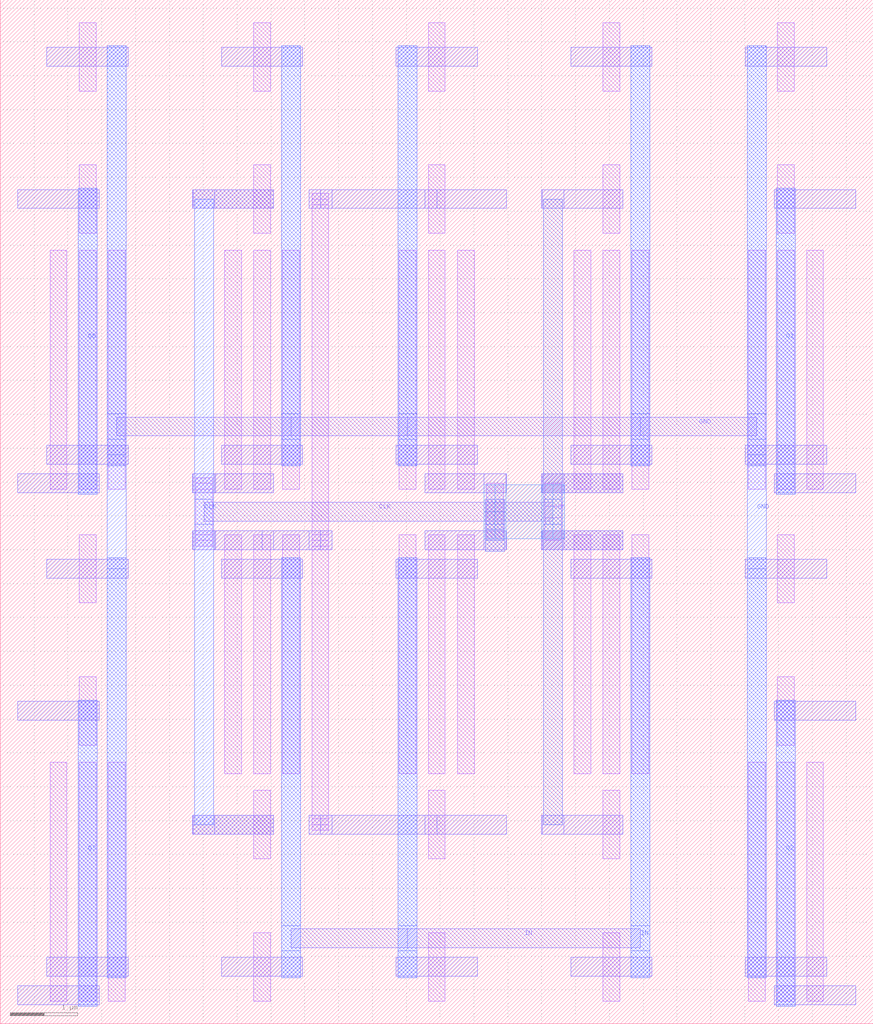
<source format=lef>
MACRO COUNTER
  ORIGIN 0 0 ;
  FOREIGN COUNTER 0 0 ;
  SIZE 12.9 BY 15.12 ;
  PIN GND
    DIRECTION INOUT ;
    USE SIGNAL ;
    PORT 
      LAYER M3 ;
        RECT 1.58 0.68 1.86 6.88 ;
      LAYER M3 ;
        RECT 1.58 8.24 1.86 14.44 ;
      LAYER M3 ;
        RECT 4.16 8.24 4.44 14.44 ;
      LAYER M3 ;
        RECT 5.88 8.24 6.16 14.44 ;
      LAYER M3 ;
        RECT 4.16 8.635 4.44 9.005 ;
      LAYER M2 ;
        RECT 4.3 8.68 6.02 8.96 ;
      LAYER M3 ;
        RECT 5.88 8.635 6.16 9.005 ;
      LAYER M3 ;
        RECT 9.32 8.24 9.6 14.44 ;
      LAYER M3 ;
        RECT 11.04 8.24 11.32 14.44 ;
      LAYER M3 ;
        RECT 11.04 0.68 11.32 6.88 ;
      LAYER M3 ;
        RECT 1.58 6.72 1.86 8.4 ;
      LAYER M3 ;
        RECT 1.58 8.635 1.86 9.005 ;
      LAYER M2 ;
        RECT 1.72 8.68 4.3 8.96 ;
      LAYER M2 ;
        RECT 6.02 8.68 9.46 8.96 ;
      LAYER M3 ;
        RECT 9.32 8.635 9.6 9.005 ;
      LAYER M2 ;
        RECT 9.46 8.68 11.18 8.96 ;
      LAYER M3 ;
        RECT 11.04 8.635 11.32 9.005 ;
      LAYER M3 ;
        RECT 11.04 6.72 11.32 8.4 ;
    END
  END GND
  PIN IN
    DIRECTION INOUT ;
    USE SIGNAL ;
    PORT 
      LAYER M3 ;
        RECT 4.16 0.68 4.44 6.88 ;
      LAYER M3 ;
        RECT 5.88 0.68 6.16 6.88 ;
      LAYER M3 ;
        RECT 4.16 1.075 4.44 1.445 ;
      LAYER M2 ;
        RECT 4.3 1.12 6.02 1.4 ;
      LAYER M3 ;
        RECT 5.88 1.075 6.16 1.445 ;
      LAYER M3 ;
        RECT 9.32 0.68 9.6 6.88 ;
      LAYER M2 ;
        RECT 6.02 1.12 9.46 1.4 ;
      LAYER M3 ;
        RECT 9.32 1.075 9.6 1.445 ;
    END
  END IN
  PIN CLK
    DIRECTION INOUT ;
    USE SIGNAL ;
    PORT 
      LAYER M2 ;
        RECT 2.84 2.8 4.04 3.08 ;
      LAYER M2 ;
        RECT 2.84 12.04 4.04 12.32 ;
      LAYER M2 ;
        RECT 2.85 2.8 3.17 3.08 ;
      LAYER M3 ;
        RECT 2.87 2.94 3.15 12.18 ;
      LAYER M2 ;
        RECT 2.85 12.04 3.17 12.32 ;
      LAYER M2 ;
        RECT 8 7 9.2 7.28 ;
      LAYER M2 ;
        RECT 8 7.84 9.2 8.12 ;
      LAYER M2 ;
        RECT 8.01 7 8.33 7.28 ;
      LAYER M1 ;
        RECT 8.045 7.14 8.295 7.98 ;
      LAYER M2 ;
        RECT 8.01 7.84 8.33 8.12 ;
      LAYER M3 ;
        RECT 2.87 7.375 3.15 7.745 ;
      LAYER M2 ;
        RECT 3.01 7.42 8.17 7.7 ;
      LAYER M1 ;
        RECT 8.045 7.475 8.295 7.645 ;
    END
  END CLK
  PIN Q0
    DIRECTION INOUT ;
    USE SIGNAL ;
    PORT 
      LAYER M3 ;
        RECT 1.15 7.82 1.43 12.34 ;
    END
  END Q0
  PIN Q3
    DIRECTION INOUT ;
    USE SIGNAL ;
    PORT 
      LAYER M3 ;
        RECT 1.15 0.26 1.43 4.78 ;
    END
  END Q3
  PIN Q2
    DIRECTION INOUT ;
    USE SIGNAL ;
    PORT 
      LAYER M3 ;
        RECT 11.47 0.26 11.75 4.78 ;
    END
  END Q2
  PIN Q1
    DIRECTION INOUT ;
    USE SIGNAL ;
    PORT 
      LAYER M3 ;
        RECT 11.47 7.82 11.75 12.34 ;
    END
  END Q1
  OBS 
  LAYER M2 ;
        RECT 8 2.8 9.2 3.08 ;
  LAYER M2 ;
        RECT 8 12.04 9.2 12.32 ;
  LAYER M2 ;
        RECT 8.01 2.8 8.33 3.08 ;
  LAYER M3 ;
        RECT 8.03 2.94 8.31 12.18 ;
  LAYER M2 ;
        RECT 8.01 12.04 8.33 12.32 ;
  LAYER M2 ;
        RECT 6.28 7 7.48 7.28 ;
  LAYER M2 ;
        RECT 6.28 7.84 7.48 8.12 ;
  LAYER M2 ;
        RECT 7.15 7 7.47 7.28 ;
  LAYER M1 ;
        RECT 7.185 7.14 7.435 7.98 ;
  LAYER M2 ;
        RECT 7.15 7.84 7.47 8.12 ;
  LAYER M3 ;
        RECT 8.03 7.375 8.31 7.745 ;
  LAYER M4 ;
        RECT 7.31 7.16 8.17 7.96 ;
  LAYER M3 ;
        RECT 7.17 7.14 7.45 7.56 ;
  LAYER M2 ;
        RECT 7.15 7 7.47 7.28 ;
  LAYER M2 ;
        RECT 7.15 7 7.47 7.28 ;
  LAYER M3 ;
        RECT 7.17 6.98 7.45 7.3 ;
  LAYER M3 ;
        RECT 7.17 7.375 7.45 7.745 ;
  LAYER M4 ;
        RECT 7.145 7.16 7.475 7.96 ;
  LAYER M3 ;
        RECT 8.03 7.375 8.31 7.745 ;
  LAYER M4 ;
        RECT 8.005 7.16 8.335 7.96 ;
  LAYER M2 ;
        RECT 7.15 7 7.47 7.28 ;
  LAYER M3 ;
        RECT 7.17 6.98 7.45 7.3 ;
  LAYER M3 ;
        RECT 7.17 7.375 7.45 7.745 ;
  LAYER M4 ;
        RECT 7.145 7.16 7.475 7.96 ;
  LAYER M3 ;
        RECT 8.03 7.375 8.31 7.745 ;
  LAYER M4 ;
        RECT 8.005 7.16 8.335 7.96 ;
  LAYER M2 ;
        RECT 6.28 2.8 7.48 3.08 ;
  LAYER M2 ;
        RECT 2.84 7 4.04 7.28 ;
  LAYER M2 ;
        RECT 2.84 7.84 4.04 8.12 ;
  LAYER M2 ;
        RECT 6.28 12.04 7.48 12.32 ;
  LAYER M2 ;
        RECT 4.73 2.8 6.45 3.08 ;
  LAYER M1 ;
        RECT 4.605 2.94 4.855 7.14 ;
  LAYER M2 ;
        RECT 3.87 7 4.73 7.28 ;
  LAYER M2 ;
        RECT 2.85 7 3.17 7.28 ;
  LAYER M1 ;
        RECT 2.885 7.14 3.135 7.98 ;
  LAYER M2 ;
        RECT 2.85 7.84 3.17 8.12 ;
  LAYER M1 ;
        RECT 4.605 7.14 4.855 12.18 ;
  LAYER M2 ;
        RECT 4.73 12.04 6.45 12.32 ;
  LAYER M1 ;
        RECT 4.605 2.855 4.855 3.025 ;
  LAYER M2 ;
        RECT 4.56 2.8 4.9 3.08 ;
  LAYER M1 ;
        RECT 4.605 7.055 4.855 7.225 ;
  LAYER M2 ;
        RECT 4.56 7 4.9 7.28 ;
  LAYER M1 ;
        RECT 4.605 2.855 4.855 3.025 ;
  LAYER M2 ;
        RECT 4.56 2.8 4.9 3.08 ;
  LAYER M1 ;
        RECT 4.605 7.055 4.855 7.225 ;
  LAYER M2 ;
        RECT 4.56 7 4.9 7.28 ;
  LAYER M1 ;
        RECT 2.885 7.055 3.135 7.225 ;
  LAYER M2 ;
        RECT 2.84 7 3.18 7.28 ;
  LAYER M1 ;
        RECT 2.885 7.895 3.135 8.065 ;
  LAYER M2 ;
        RECT 2.84 7.84 3.18 8.12 ;
  LAYER M1 ;
        RECT 4.605 2.855 4.855 3.025 ;
  LAYER M2 ;
        RECT 4.56 2.8 4.9 3.08 ;
  LAYER M1 ;
        RECT 4.605 7.055 4.855 7.225 ;
  LAYER M2 ;
        RECT 4.56 7 4.9 7.28 ;
  LAYER M1 ;
        RECT 2.885 7.055 3.135 7.225 ;
  LAYER M2 ;
        RECT 2.84 7 3.18 7.28 ;
  LAYER M1 ;
        RECT 2.885 7.895 3.135 8.065 ;
  LAYER M2 ;
        RECT 2.84 7.84 3.18 8.12 ;
  LAYER M1 ;
        RECT 4.605 2.855 4.855 3.025 ;
  LAYER M2 ;
        RECT 4.56 2.8 4.9 3.08 ;
  LAYER M1 ;
        RECT 4.605 7.055 4.855 7.225 ;
  LAYER M2 ;
        RECT 4.56 7 4.9 7.28 ;
  LAYER M1 ;
        RECT 2.885 7.055 3.135 7.225 ;
  LAYER M2 ;
        RECT 2.84 7 3.18 7.28 ;
  LAYER M1 ;
        RECT 2.885 7.895 3.135 8.065 ;
  LAYER M2 ;
        RECT 2.84 7.84 3.18 8.12 ;
  LAYER M1 ;
        RECT 4.605 2.855 4.855 3.025 ;
  LAYER M2 ;
        RECT 4.56 2.8 4.9 3.08 ;
  LAYER M1 ;
        RECT 4.605 7.055 4.855 7.225 ;
  LAYER M2 ;
        RECT 4.56 7 4.9 7.28 ;
  LAYER M1 ;
        RECT 4.605 12.095 4.855 12.265 ;
  LAYER M2 ;
        RECT 4.56 12.04 4.9 12.32 ;
  LAYER M1 ;
        RECT 2.885 7.055 3.135 7.225 ;
  LAYER M2 ;
        RECT 2.84 7 3.18 7.28 ;
  LAYER M1 ;
        RECT 2.885 7.895 3.135 8.065 ;
  LAYER M2 ;
        RECT 2.84 7.84 3.18 8.12 ;
  LAYER M1 ;
        RECT 4.605 2.855 4.855 3.025 ;
  LAYER M2 ;
        RECT 4.56 2.8 4.9 3.08 ;
  LAYER M1 ;
        RECT 4.605 7.055 4.855 7.225 ;
  LAYER M2 ;
        RECT 4.56 7 4.9 7.28 ;
  LAYER M1 ;
        RECT 4.605 12.095 4.855 12.265 ;
  LAYER M2 ;
        RECT 4.56 12.04 4.9 12.32 ;
  LAYER M1 ;
        RECT 3.745 7.895 3.995 11.425 ;
  LAYER M1 ;
        RECT 3.745 11.675 3.995 12.685 ;
  LAYER M1 ;
        RECT 3.745 13.775 3.995 14.785 ;
  LAYER M1 ;
        RECT 3.315 7.895 3.565 11.425 ;
  LAYER M1 ;
        RECT 4.175 7.895 4.425 11.425 ;
  LAYER M2 ;
        RECT 3.27 8.26 4.47 8.54 ;
  LAYER M2 ;
        RECT 3.27 14.14 4.47 14.42 ;
  LAYER M2 ;
        RECT 2.84 7.84 4.04 8.12 ;
  LAYER M2 ;
        RECT 2.84 12.04 4.04 12.32 ;
  LAYER M3 ;
        RECT 4.16 8.24 4.44 14.44 ;
  LAYER M1 ;
        RECT 6.325 7.895 6.575 11.425 ;
  LAYER M1 ;
        RECT 6.325 11.675 6.575 12.685 ;
  LAYER M1 ;
        RECT 6.325 13.775 6.575 14.785 ;
  LAYER M1 ;
        RECT 6.755 7.895 7.005 11.425 ;
  LAYER M1 ;
        RECT 5.895 7.895 6.145 11.425 ;
  LAYER M2 ;
        RECT 5.85 8.26 7.05 8.54 ;
  LAYER M2 ;
        RECT 5.85 14.14 7.05 14.42 ;
  LAYER M2 ;
        RECT 6.28 7.84 7.48 8.12 ;
  LAYER M2 ;
        RECT 6.28 12.04 7.48 12.32 ;
  LAYER M3 ;
        RECT 5.88 8.24 6.16 14.44 ;
  LAYER M1 ;
        RECT 3.745 3.695 3.995 7.225 ;
  LAYER M1 ;
        RECT 3.745 2.435 3.995 3.445 ;
  LAYER M1 ;
        RECT 3.745 0.335 3.995 1.345 ;
  LAYER M1 ;
        RECT 3.315 3.695 3.565 7.225 ;
  LAYER M1 ;
        RECT 4.175 3.695 4.425 7.225 ;
  LAYER M2 ;
        RECT 3.27 6.58 4.47 6.86 ;
  LAYER M2 ;
        RECT 3.27 0.7 4.47 0.98 ;
  LAYER M2 ;
        RECT 2.84 7 4.04 7.28 ;
  LAYER M2 ;
        RECT 2.84 2.8 4.04 3.08 ;
  LAYER M3 ;
        RECT 4.16 0.68 4.44 6.88 ;
  LAYER M1 ;
        RECT 6.325 3.695 6.575 7.225 ;
  LAYER M1 ;
        RECT 6.325 2.435 6.575 3.445 ;
  LAYER M1 ;
        RECT 6.325 0.335 6.575 1.345 ;
  LAYER M1 ;
        RECT 6.755 3.695 7.005 7.225 ;
  LAYER M1 ;
        RECT 5.895 3.695 6.145 7.225 ;
  LAYER M2 ;
        RECT 5.85 6.58 7.05 6.86 ;
  LAYER M2 ;
        RECT 5.85 0.7 7.05 0.98 ;
  LAYER M2 ;
        RECT 6.28 7 7.48 7.28 ;
  LAYER M2 ;
        RECT 6.28 2.8 7.48 3.08 ;
  LAYER M3 ;
        RECT 5.88 0.68 6.16 6.88 ;
  LAYER M1 ;
        RECT 8.905 7.895 9.155 11.425 ;
  LAYER M1 ;
        RECT 8.905 11.675 9.155 12.685 ;
  LAYER M1 ;
        RECT 8.905 13.775 9.155 14.785 ;
  LAYER M1 ;
        RECT 8.475 7.895 8.725 11.425 ;
  LAYER M1 ;
        RECT 9.335 7.895 9.585 11.425 ;
  LAYER M2 ;
        RECT 8.43 8.26 9.63 8.54 ;
  LAYER M2 ;
        RECT 8.43 14.14 9.63 14.42 ;
  LAYER M2 ;
        RECT 8 7.84 9.2 8.12 ;
  LAYER M2 ;
        RECT 8 12.04 9.2 12.32 ;
  LAYER M3 ;
        RECT 9.32 8.24 9.6 14.44 ;
  LAYER M1 ;
        RECT 8.905 3.695 9.155 7.225 ;
  LAYER M1 ;
        RECT 8.905 2.435 9.155 3.445 ;
  LAYER M1 ;
        RECT 8.905 0.335 9.155 1.345 ;
  LAYER M1 ;
        RECT 8.475 3.695 8.725 7.225 ;
  LAYER M1 ;
        RECT 9.335 3.695 9.585 7.225 ;
  LAYER M2 ;
        RECT 8.43 6.58 9.63 6.86 ;
  LAYER M2 ;
        RECT 8.43 0.7 9.63 0.98 ;
  LAYER M2 ;
        RECT 8 7 9.2 7.28 ;
  LAYER M2 ;
        RECT 8 2.8 9.2 3.08 ;
  LAYER M3 ;
        RECT 9.32 0.68 9.6 6.88 ;
  LAYER M1 ;
        RECT 1.165 7.895 1.415 11.425 ;
  LAYER M1 ;
        RECT 1.165 11.675 1.415 12.685 ;
  LAYER M1 ;
        RECT 1.165 13.775 1.415 14.785 ;
  LAYER M1 ;
        RECT 0.735 7.895 0.985 11.425 ;
  LAYER M1 ;
        RECT 1.595 7.895 1.845 11.425 ;
  LAYER M2 ;
        RECT 0.26 7.84 1.46 8.12 ;
  LAYER M2 ;
        RECT 0.26 12.04 1.46 12.32 ;
  LAYER M2 ;
        RECT 0.69 8.26 1.89 8.54 ;
  LAYER M2 ;
        RECT 0.69 14.14 1.89 14.42 ;
  LAYER M3 ;
        RECT 1.15 7.82 1.43 12.34 ;
  LAYER M3 ;
        RECT 1.58 8.24 1.86 14.44 ;
  LAYER M1 ;
        RECT 1.165 0.335 1.415 3.865 ;
  LAYER M1 ;
        RECT 1.165 4.115 1.415 5.125 ;
  LAYER M1 ;
        RECT 1.165 6.215 1.415 7.225 ;
  LAYER M1 ;
        RECT 0.735 0.335 0.985 3.865 ;
  LAYER M1 ;
        RECT 1.595 0.335 1.845 3.865 ;
  LAYER M2 ;
        RECT 0.26 0.28 1.46 0.56 ;
  LAYER M2 ;
        RECT 0.26 4.48 1.46 4.76 ;
  LAYER M2 ;
        RECT 0.69 0.7 1.89 0.98 ;
  LAYER M2 ;
        RECT 0.69 6.58 1.89 6.86 ;
  LAYER M3 ;
        RECT 1.15 0.26 1.43 4.78 ;
  LAYER M3 ;
        RECT 1.58 0.68 1.86 6.88 ;
  LAYER M1 ;
        RECT 11.485 0.335 11.735 3.865 ;
  LAYER M1 ;
        RECT 11.485 4.115 11.735 5.125 ;
  LAYER M1 ;
        RECT 11.485 6.215 11.735 7.225 ;
  LAYER M1 ;
        RECT 11.915 0.335 12.165 3.865 ;
  LAYER M1 ;
        RECT 11.055 0.335 11.305 3.865 ;
  LAYER M2 ;
        RECT 11.44 0.28 12.64 0.56 ;
  LAYER M2 ;
        RECT 11.44 4.48 12.64 4.76 ;
  LAYER M2 ;
        RECT 11.01 0.7 12.21 0.98 ;
  LAYER M2 ;
        RECT 11.01 6.58 12.21 6.86 ;
  LAYER M3 ;
        RECT 11.47 0.26 11.75 4.78 ;
  LAYER M3 ;
        RECT 11.04 0.68 11.32 6.88 ;
  LAYER M1 ;
        RECT 11.485 7.895 11.735 11.425 ;
  LAYER M1 ;
        RECT 11.485 11.675 11.735 12.685 ;
  LAYER M1 ;
        RECT 11.485 13.775 11.735 14.785 ;
  LAYER M1 ;
        RECT 11.915 7.895 12.165 11.425 ;
  LAYER M1 ;
        RECT 11.055 7.895 11.305 11.425 ;
  LAYER M2 ;
        RECT 11.44 7.84 12.64 8.12 ;
  LAYER M2 ;
        RECT 11.44 12.04 12.64 12.32 ;
  LAYER M2 ;
        RECT 11.01 8.26 12.21 8.54 ;
  LAYER M2 ;
        RECT 11.01 14.14 12.21 14.42 ;
  LAYER M3 ;
        RECT 11.47 7.82 11.75 12.34 ;
  LAYER M3 ;
        RECT 11.04 8.24 11.32 14.44 ;
  END 
END COUNTER

</source>
